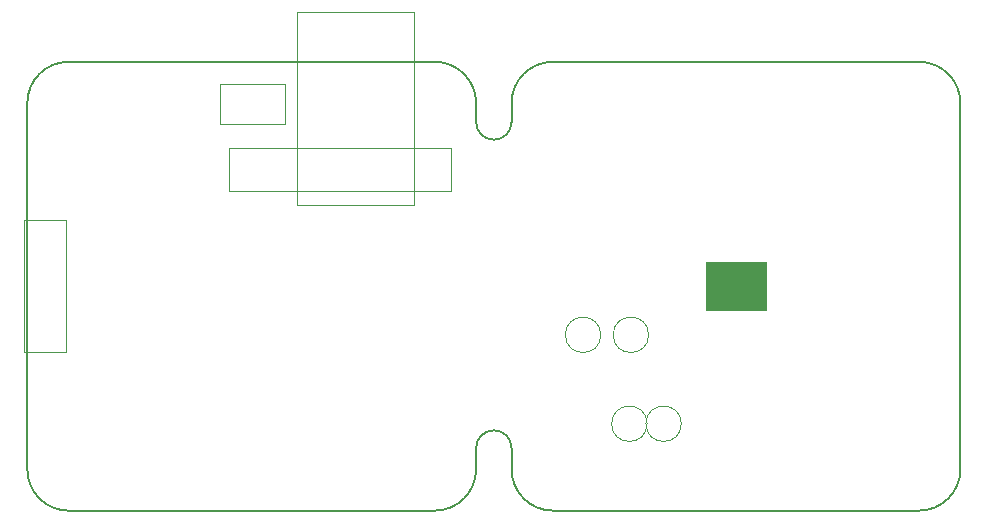
<source format=gbr>
%TF.GenerationSoftware,KiCad,Pcbnew,(6.0.1-0)*%
%TF.CreationDate,2022-02-22T17:31:55+01:00*%
%TF.ProjectId,ethersweep,65746865-7273-4776-9565-702e6b696361,2.0.1*%
%TF.SameCoordinates,Original*%
%TF.FileFunction,Other,User*%
%FSLAX46Y46*%
G04 Gerber Fmt 4.6, Leading zero omitted, Abs format (unit mm)*
G04 Created by KiCad (PCBNEW (6.0.1-0)) date 2022-02-22 17:31:55*
%MOMM*%
%LPD*%
G01*
G04 APERTURE LIST*
%TA.AperFunction,Profile*%
%ADD10C,0.150000*%
%TD*%
%ADD11C,0.050000*%
%ADD12C,0.010000*%
G04 APERTURE END LIST*
D10*
X184100000Y-31800000D02*
X184100000Y-30200000D01*
X184100000Y-60700000D02*
X184100000Y-59400000D01*
X180600000Y-26700000D02*
X149600000Y-26700000D01*
X149600000Y-26700000D02*
G75*
G03*
X146100000Y-30200000I-1J-3499999D01*
G01*
X184100000Y-30200000D02*
G75*
G03*
X180600000Y-26700000I-3499999J1D01*
G01*
X180600000Y-64700000D02*
G75*
G03*
X184100000Y-61200000I1J3499999D01*
G01*
X146100000Y-30200000D02*
X146100000Y-61200000D01*
X149600000Y-64700000D02*
X180600000Y-64700000D01*
X146100000Y-61200000D02*
G75*
G03*
X149600000Y-64700000I3499999J-1D01*
G01*
X184100000Y-61200000D02*
X184100000Y-60700000D01*
X225100000Y-61200000D02*
X225100000Y-30200000D01*
X190600000Y-64700000D02*
X221600000Y-64700000D01*
X187100000Y-61200000D02*
G75*
G03*
X190600000Y-64700000I3499999J-1D01*
G01*
X221600000Y-64700000D02*
G75*
G03*
X225100000Y-61200000I1J3499999D01*
G01*
X190600000Y-26700000D02*
G75*
G03*
X187100000Y-30200000I-1J-3499999D01*
G01*
X190600000Y-26700000D02*
X221600000Y-26700000D01*
X187100000Y-30200000D02*
X187100000Y-30700000D01*
X187100000Y-61200000D02*
X187100000Y-59400000D01*
X187100000Y-31800000D02*
X187100000Y-30700000D01*
X225100000Y-30200000D02*
G75*
G03*
X221600000Y-26700000I-3499999J1D01*
G01*
X184099404Y-31800002D02*
G75*
G03*
X187100000Y-31800000I1500298J-298D01*
G01*
X187100596Y-59399998D02*
G75*
G03*
X184100000Y-59400000I-1500298J298D01*
G01*
D11*
X168920000Y-22510000D02*
X178820000Y-22510000D01*
X168920000Y-38800000D02*
X168920000Y-22510000D01*
X178820000Y-22510000D02*
X178820000Y-38800000D01*
X178820000Y-38800000D02*
X168920000Y-38800000D01*
X145800000Y-51300000D02*
X145800000Y-40100000D01*
X145800000Y-40100000D02*
X149400000Y-40100000D01*
X149400000Y-51300000D02*
X145800000Y-51300000D01*
X149400000Y-40100000D02*
X149400000Y-51300000D01*
X182000000Y-37600000D02*
X163150000Y-37600000D01*
X163150000Y-34000000D02*
X182000000Y-34000000D01*
X163150000Y-37600000D02*
X163150000Y-34000000D01*
X182000000Y-34000000D02*
X182000000Y-37600000D01*
X167900000Y-28550000D02*
X162400000Y-28550000D01*
X167900000Y-31950000D02*
X167900000Y-28550000D01*
X162400000Y-31950000D02*
X167900000Y-31950000D01*
X162400000Y-28550000D02*
X162400000Y-31950000D01*
D12*
X203560000Y-47732000D02*
X208640000Y-47732000D01*
X208640000Y-47732000D02*
X208640000Y-43668000D01*
X208640000Y-43668000D02*
X203560000Y-43668000D01*
X203560000Y-43668000D02*
X203560000Y-47732000D01*
G36*
X208640000Y-47732000D02*
G01*
X203560000Y-47732000D01*
X203560000Y-43668000D01*
X208640000Y-43668000D01*
X208640000Y-47732000D01*
G37*
X208640000Y-47732000D02*
X203560000Y-47732000D01*
X203560000Y-43668000D01*
X208640000Y-43668000D01*
X208640000Y-47732000D01*
D11*
X201474999Y-57345001D02*
G75*
G03*
X201474999Y-57345001I-1500000J0D01*
G01*
X198574999Y-57345001D02*
G75*
G03*
X198574999Y-57345001I-1500000J0D01*
G01*
X198703000Y-49817000D02*
G75*
G03*
X198703000Y-49817000I-1500000J0D01*
G01*
X194653000Y-49817000D02*
G75*
G03*
X194653000Y-49817000I-1500000J0D01*
G01*
M02*

</source>
